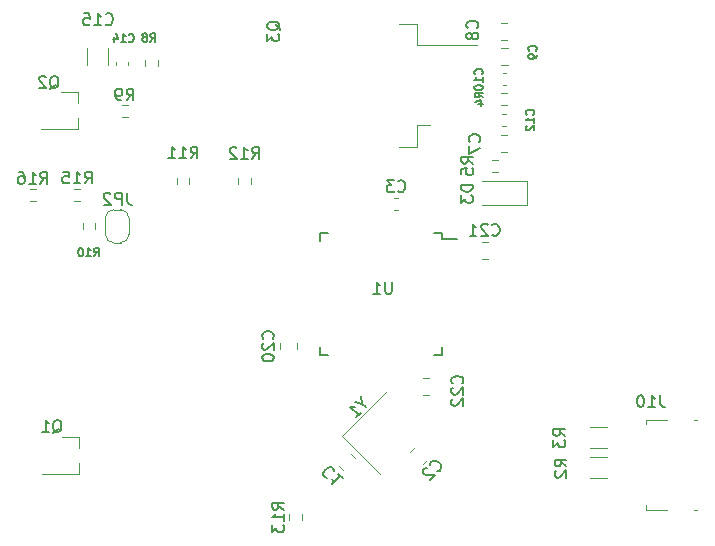
<source format=gbr>
G04 #@! TF.GenerationSoftware,KiCad,Pcbnew,(6.0.7)*
G04 #@! TF.CreationDate,2023-03-06T20:16:34-06:00*
G04 #@! TF.ProjectId,backpackbuddy_system,6261636b-7061-4636-9b62-756464795f73,rev?*
G04 #@! TF.SameCoordinates,Original*
G04 #@! TF.FileFunction,Legend,Bot*
G04 #@! TF.FilePolarity,Positive*
%FSLAX46Y46*%
G04 Gerber Fmt 4.6, Leading zero omitted, Abs format (unit mm)*
G04 Created by KiCad (PCBNEW (6.0.7)) date 2023-03-06 20:16:34*
%MOMM*%
%LPD*%
G01*
G04 APERTURE LIST*
%ADD10C,0.150000*%
%ADD11C,0.120000*%
G04 APERTURE END LIST*
D10*
X119106557Y-80861180D02*
X119439890Y-80384990D01*
X119677985Y-80861180D02*
X119677985Y-79861180D01*
X119297033Y-79861180D01*
X119201795Y-79908800D01*
X119154176Y-79956419D01*
X119106557Y-80051657D01*
X119106557Y-80194514D01*
X119154176Y-80289752D01*
X119201795Y-80337371D01*
X119297033Y-80384990D01*
X119677985Y-80384990D01*
X118154176Y-80861180D02*
X118725604Y-80861180D01*
X118439890Y-80861180D02*
X118439890Y-79861180D01*
X118535128Y-80004038D01*
X118630366Y-80099276D01*
X118725604Y-80146895D01*
X117297033Y-79861180D02*
X117487509Y-79861180D01*
X117582747Y-79908800D01*
X117630366Y-79956419D01*
X117725604Y-80099276D01*
X117773223Y-80289752D01*
X117773223Y-80670704D01*
X117725604Y-80765942D01*
X117677985Y-80813561D01*
X117582747Y-80861180D01*
X117392271Y-80861180D01*
X117297033Y-80813561D01*
X117249414Y-80765942D01*
X117201795Y-80670704D01*
X117201795Y-80432609D01*
X117249414Y-80337371D01*
X117297033Y-80289752D01*
X117392271Y-80242133D01*
X117582747Y-80242133D01*
X117677985Y-80289752D01*
X117725604Y-80337371D01*
X117773223Y-80432609D01*
X122867657Y-80835780D02*
X123200990Y-80359590D01*
X123439085Y-80835780D02*
X123439085Y-79835780D01*
X123058133Y-79835780D01*
X122962895Y-79883400D01*
X122915276Y-79931019D01*
X122867657Y-80026257D01*
X122867657Y-80169114D01*
X122915276Y-80264352D01*
X122962895Y-80311971D01*
X123058133Y-80359590D01*
X123439085Y-80359590D01*
X121915276Y-80835780D02*
X122486704Y-80835780D01*
X122200990Y-80835780D02*
X122200990Y-79835780D01*
X122296228Y-79978638D01*
X122391466Y-80073876D01*
X122486704Y-80121495D01*
X121010514Y-79835780D02*
X121486704Y-79835780D01*
X121534323Y-80311971D01*
X121486704Y-80264352D01*
X121391466Y-80216733D01*
X121153371Y-80216733D01*
X121058133Y-80264352D01*
X121010514Y-80311971D01*
X120962895Y-80407209D01*
X120962895Y-80645304D01*
X121010514Y-80740542D01*
X121058133Y-80788161D01*
X121153371Y-80835780D01*
X121391466Y-80835780D01*
X121486704Y-80788161D01*
X121534323Y-80740542D01*
X123640000Y-87006866D02*
X123873333Y-86673533D01*
X124040000Y-87006866D02*
X124040000Y-86306866D01*
X123773333Y-86306866D01*
X123706666Y-86340200D01*
X123673333Y-86373533D01*
X123640000Y-86440200D01*
X123640000Y-86540200D01*
X123673333Y-86606866D01*
X123706666Y-86640200D01*
X123773333Y-86673533D01*
X124040000Y-86673533D01*
X122973333Y-87006866D02*
X123373333Y-87006866D01*
X123173333Y-87006866D02*
X123173333Y-86306866D01*
X123240000Y-86406866D01*
X123306666Y-86473533D01*
X123373333Y-86506866D01*
X122540000Y-86306866D02*
X122473333Y-86306866D01*
X122406666Y-86340200D01*
X122373333Y-86373533D01*
X122340000Y-86440200D01*
X122306666Y-86573533D01*
X122306666Y-86740200D01*
X122340000Y-86873533D01*
X122373333Y-86940200D01*
X122406666Y-86973533D01*
X122473333Y-87006866D01*
X122540000Y-87006866D01*
X122606666Y-86973533D01*
X122640000Y-86940200D01*
X122673333Y-86873533D01*
X122706666Y-86740200D01*
X122706666Y-86573533D01*
X122673333Y-86440200D01*
X122640000Y-86373533D01*
X122606666Y-86340200D01*
X122540000Y-86306866D01*
X126461733Y-81621380D02*
X126461733Y-82335666D01*
X126509352Y-82478523D01*
X126604590Y-82573761D01*
X126747447Y-82621380D01*
X126842685Y-82621380D01*
X125985542Y-82621380D02*
X125985542Y-81621380D01*
X125604590Y-81621380D01*
X125509352Y-81669000D01*
X125461733Y-81716619D01*
X125414114Y-81811857D01*
X125414114Y-81954714D01*
X125461733Y-82049952D01*
X125509352Y-82097571D01*
X125604590Y-82145190D01*
X125985542Y-82145190D01*
X125033161Y-81716619D02*
X124985542Y-81669000D01*
X124890304Y-81621380D01*
X124652209Y-81621380D01*
X124556971Y-81669000D01*
X124509352Y-81716619D01*
X124461733Y-81811857D01*
X124461733Y-81907095D01*
X124509352Y-82049952D01*
X125080780Y-82621380D01*
X124461733Y-82621380D01*
X154814542Y-97756742D02*
X154862161Y-97709123D01*
X154909780Y-97566266D01*
X154909780Y-97471028D01*
X154862161Y-97328171D01*
X154766923Y-97232933D01*
X154671685Y-97185314D01*
X154481209Y-97137695D01*
X154338352Y-97137695D01*
X154147876Y-97185314D01*
X154052638Y-97232933D01*
X153957400Y-97328171D01*
X153909780Y-97471028D01*
X153909780Y-97566266D01*
X153957400Y-97709123D01*
X154005019Y-97756742D01*
X154005019Y-98137695D02*
X153957400Y-98185314D01*
X153909780Y-98280552D01*
X153909780Y-98518647D01*
X153957400Y-98613885D01*
X154005019Y-98661504D01*
X154100257Y-98709123D01*
X154195495Y-98709123D01*
X154338352Y-98661504D01*
X154909780Y-98090076D01*
X154909780Y-98709123D01*
X154005019Y-99090076D02*
X153957400Y-99137695D01*
X153909780Y-99232933D01*
X153909780Y-99471028D01*
X153957400Y-99566266D01*
X154005019Y-99613885D01*
X154100257Y-99661504D01*
X154195495Y-99661504D01*
X154338352Y-99613885D01*
X154909780Y-99042457D01*
X154909780Y-99661504D01*
X157360857Y-85167742D02*
X157408476Y-85215361D01*
X157551333Y-85262980D01*
X157646571Y-85262980D01*
X157789428Y-85215361D01*
X157884666Y-85120123D01*
X157932285Y-85024885D01*
X157979904Y-84834409D01*
X157979904Y-84691552D01*
X157932285Y-84501076D01*
X157884666Y-84405838D01*
X157789428Y-84310600D01*
X157646571Y-84262980D01*
X157551333Y-84262980D01*
X157408476Y-84310600D01*
X157360857Y-84358219D01*
X156979904Y-84358219D02*
X156932285Y-84310600D01*
X156837047Y-84262980D01*
X156598952Y-84262980D01*
X156503714Y-84310600D01*
X156456095Y-84358219D01*
X156408476Y-84453457D01*
X156408476Y-84548695D01*
X156456095Y-84691552D01*
X157027523Y-85262980D01*
X156408476Y-85262980D01*
X155456095Y-85262980D02*
X156027523Y-85262980D01*
X155741809Y-85262980D02*
X155741809Y-84262980D01*
X155837047Y-84405838D01*
X155932285Y-84501076D01*
X156027523Y-84548695D01*
X138771142Y-93972142D02*
X138818761Y-93924523D01*
X138866380Y-93781666D01*
X138866380Y-93686428D01*
X138818761Y-93543571D01*
X138723523Y-93448333D01*
X138628285Y-93400714D01*
X138437809Y-93353095D01*
X138294952Y-93353095D01*
X138104476Y-93400714D01*
X138009238Y-93448333D01*
X137914000Y-93543571D01*
X137866380Y-93686428D01*
X137866380Y-93781666D01*
X137914000Y-93924523D01*
X137961619Y-93972142D01*
X137961619Y-94353095D02*
X137914000Y-94400714D01*
X137866380Y-94495952D01*
X137866380Y-94734047D01*
X137914000Y-94829285D01*
X137961619Y-94876904D01*
X138056857Y-94924523D01*
X138152095Y-94924523D01*
X138294952Y-94876904D01*
X138866380Y-94305476D01*
X138866380Y-94924523D01*
X137866380Y-95543571D02*
X137866380Y-95638809D01*
X137914000Y-95734047D01*
X137961619Y-95781666D01*
X138056857Y-95829285D01*
X138247333Y-95876904D01*
X138485428Y-95876904D01*
X138675904Y-95829285D01*
X138771142Y-95781666D01*
X138818761Y-95734047D01*
X138866380Y-95638809D01*
X138866380Y-95543571D01*
X138818761Y-95448333D01*
X138771142Y-95400714D01*
X138675904Y-95353095D01*
X138485428Y-95305476D01*
X138247333Y-95305476D01*
X138056857Y-95353095D01*
X137961619Y-95400714D01*
X137914000Y-95448333D01*
X137866380Y-95543571D01*
X146369881Y-99468446D02*
X146706599Y-99805164D01*
X146235194Y-98862355D02*
X146369881Y-99468446D01*
X145763790Y-99333759D01*
X145864805Y-100646957D02*
X146268866Y-100242896D01*
X146066835Y-100444927D02*
X145359729Y-99737820D01*
X145528087Y-99771492D01*
X145662774Y-99771492D01*
X145763790Y-99737820D01*
X148869304Y-89165180D02*
X148869304Y-89974704D01*
X148821685Y-90069942D01*
X148774066Y-90117561D01*
X148678828Y-90165180D01*
X148488352Y-90165180D01*
X148393114Y-90117561D01*
X148345495Y-90069942D01*
X148297876Y-89974704D01*
X148297876Y-89165180D01*
X147297876Y-90165180D02*
X147869304Y-90165180D01*
X147583590Y-90165180D02*
X147583590Y-89165180D01*
X147678828Y-89308038D01*
X147774066Y-89403276D01*
X147869304Y-89450895D01*
X139712980Y-108450142D02*
X139236790Y-108116809D01*
X139712980Y-107878714D02*
X138712980Y-107878714D01*
X138712980Y-108259666D01*
X138760600Y-108354904D01*
X138808219Y-108402523D01*
X138903457Y-108450142D01*
X139046314Y-108450142D01*
X139141552Y-108402523D01*
X139189171Y-108354904D01*
X139236790Y-108259666D01*
X139236790Y-107878714D01*
X139712980Y-109402523D02*
X139712980Y-108831095D01*
X139712980Y-109116809D02*
X138712980Y-109116809D01*
X138855838Y-109021571D01*
X138951076Y-108926333D01*
X138998695Y-108831095D01*
X138712980Y-109735857D02*
X138712980Y-110354904D01*
X139093933Y-110021571D01*
X139093933Y-110164428D01*
X139141552Y-110259666D01*
X139189171Y-110307285D01*
X139284409Y-110354904D01*
X139522504Y-110354904D01*
X139617742Y-110307285D01*
X139665361Y-110259666D01*
X139712980Y-110164428D01*
X139712980Y-109878714D01*
X139665361Y-109783476D01*
X139617742Y-109735857D01*
X137040857Y-78760580D02*
X137374190Y-78284390D01*
X137612285Y-78760580D02*
X137612285Y-77760580D01*
X137231333Y-77760580D01*
X137136095Y-77808200D01*
X137088476Y-77855819D01*
X137040857Y-77951057D01*
X137040857Y-78093914D01*
X137088476Y-78189152D01*
X137136095Y-78236771D01*
X137231333Y-78284390D01*
X137612285Y-78284390D01*
X136088476Y-78760580D02*
X136659904Y-78760580D01*
X136374190Y-78760580D02*
X136374190Y-77760580D01*
X136469428Y-77903438D01*
X136564666Y-77998676D01*
X136659904Y-78046295D01*
X135707523Y-77855819D02*
X135659904Y-77808200D01*
X135564666Y-77760580D01*
X135326571Y-77760580D01*
X135231333Y-77808200D01*
X135183714Y-77855819D01*
X135136095Y-77951057D01*
X135136095Y-78046295D01*
X135183714Y-78189152D01*
X135755142Y-78760580D01*
X135136095Y-78760580D01*
X131833857Y-78709780D02*
X132167190Y-78233590D01*
X132405285Y-78709780D02*
X132405285Y-77709780D01*
X132024333Y-77709780D01*
X131929095Y-77757400D01*
X131881476Y-77805019D01*
X131833857Y-77900257D01*
X131833857Y-78043114D01*
X131881476Y-78138352D01*
X131929095Y-78185971D01*
X132024333Y-78233590D01*
X132405285Y-78233590D01*
X130881476Y-78709780D02*
X131452904Y-78709780D01*
X131167190Y-78709780D02*
X131167190Y-77709780D01*
X131262428Y-77852638D01*
X131357666Y-77947876D01*
X131452904Y-77995495D01*
X129929095Y-78709780D02*
X130500523Y-78709780D01*
X130214809Y-78709780D02*
X130214809Y-77709780D01*
X130310047Y-77852638D01*
X130405285Y-77947876D01*
X130500523Y-77995495D01*
X126404666Y-73807580D02*
X126738000Y-73331390D01*
X126976095Y-73807580D02*
X126976095Y-72807580D01*
X126595142Y-72807580D01*
X126499904Y-72855200D01*
X126452285Y-72902819D01*
X126404666Y-72998057D01*
X126404666Y-73140914D01*
X126452285Y-73236152D01*
X126499904Y-73283771D01*
X126595142Y-73331390D01*
X126976095Y-73331390D01*
X125928476Y-73807580D02*
X125738000Y-73807580D01*
X125642761Y-73759961D01*
X125595142Y-73712342D01*
X125499904Y-73569485D01*
X125452285Y-73379009D01*
X125452285Y-72998057D01*
X125499904Y-72902819D01*
X125547523Y-72855200D01*
X125642761Y-72807580D01*
X125833238Y-72807580D01*
X125928476Y-72855200D01*
X125976095Y-72902819D01*
X126023714Y-72998057D01*
X126023714Y-73236152D01*
X125976095Y-73331390D01*
X125928476Y-73379009D01*
X125833238Y-73426628D01*
X125642761Y-73426628D01*
X125547523Y-73379009D01*
X125499904Y-73331390D01*
X125452285Y-73236152D01*
X128412066Y-68820466D02*
X128645400Y-68487133D01*
X128812066Y-68820466D02*
X128812066Y-68120466D01*
X128545400Y-68120466D01*
X128478733Y-68153800D01*
X128445400Y-68187133D01*
X128412066Y-68253800D01*
X128412066Y-68353800D01*
X128445400Y-68420466D01*
X128478733Y-68453800D01*
X128545400Y-68487133D01*
X128812066Y-68487133D01*
X128012066Y-68420466D02*
X128078733Y-68387133D01*
X128112066Y-68353800D01*
X128145400Y-68287133D01*
X128145400Y-68253800D01*
X128112066Y-68187133D01*
X128078733Y-68153800D01*
X128012066Y-68120466D01*
X127878733Y-68120466D01*
X127812066Y-68153800D01*
X127778733Y-68187133D01*
X127745400Y-68253800D01*
X127745400Y-68287133D01*
X127778733Y-68353800D01*
X127812066Y-68387133D01*
X127878733Y-68420466D01*
X128012066Y-68420466D01*
X128078733Y-68453800D01*
X128112066Y-68487133D01*
X128145400Y-68553800D01*
X128145400Y-68687133D01*
X128112066Y-68753800D01*
X128078733Y-68787133D01*
X128012066Y-68820466D01*
X127878733Y-68820466D01*
X127812066Y-68787133D01*
X127778733Y-68753800D01*
X127745400Y-68687133D01*
X127745400Y-68553800D01*
X127778733Y-68487133D01*
X127812066Y-68453800D01*
X127878733Y-68420466D01*
X155747980Y-79157533D02*
X155271790Y-78824200D01*
X155747980Y-78586104D02*
X154747980Y-78586104D01*
X154747980Y-78967057D01*
X154795600Y-79062295D01*
X154843219Y-79109914D01*
X154938457Y-79157533D01*
X155081314Y-79157533D01*
X155176552Y-79109914D01*
X155224171Y-79062295D01*
X155271790Y-78967057D01*
X155271790Y-78586104D01*
X154747980Y-80062295D02*
X154747980Y-79586104D01*
X155224171Y-79538485D01*
X155176552Y-79586104D01*
X155128933Y-79681342D01*
X155128933Y-79919438D01*
X155176552Y-80014676D01*
X155224171Y-80062295D01*
X155319409Y-80109914D01*
X155557504Y-80109914D01*
X155652742Y-80062295D01*
X155700361Y-80014676D01*
X155747980Y-79919438D01*
X155747980Y-79681342D01*
X155700361Y-79586104D01*
X155652742Y-79538485D01*
X156602866Y-73543333D02*
X156269533Y-73310000D01*
X156602866Y-73143333D02*
X155902866Y-73143333D01*
X155902866Y-73410000D01*
X155936200Y-73476666D01*
X155969533Y-73510000D01*
X156036200Y-73543333D01*
X156136200Y-73543333D01*
X156202866Y-73510000D01*
X156236200Y-73476666D01*
X156269533Y-73410000D01*
X156269533Y-73143333D01*
X156136200Y-74143333D02*
X156602866Y-74143333D01*
X155869533Y-73976666D02*
X156369533Y-73810000D01*
X156369533Y-74243333D01*
X163545780Y-102220733D02*
X163069590Y-101887400D01*
X163545780Y-101649304D02*
X162545780Y-101649304D01*
X162545780Y-102030257D01*
X162593400Y-102125495D01*
X162641019Y-102173114D01*
X162736257Y-102220733D01*
X162879114Y-102220733D01*
X162974352Y-102173114D01*
X163021971Y-102125495D01*
X163069590Y-102030257D01*
X163069590Y-101649304D01*
X162545780Y-102554066D02*
X162545780Y-103173114D01*
X162926733Y-102839780D01*
X162926733Y-102982638D01*
X162974352Y-103077876D01*
X163021971Y-103125495D01*
X163117209Y-103173114D01*
X163355304Y-103173114D01*
X163450542Y-103125495D01*
X163498161Y-103077876D01*
X163545780Y-102982638D01*
X163545780Y-102696923D01*
X163498161Y-102601685D01*
X163450542Y-102554066D01*
X163647380Y-104786133D02*
X163171190Y-104452800D01*
X163647380Y-104214704D02*
X162647380Y-104214704D01*
X162647380Y-104595657D01*
X162695000Y-104690895D01*
X162742619Y-104738514D01*
X162837857Y-104786133D01*
X162980714Y-104786133D01*
X163075952Y-104738514D01*
X163123571Y-104690895D01*
X163171190Y-104595657D01*
X163171190Y-104214704D01*
X162742619Y-105167085D02*
X162695000Y-105214704D01*
X162647380Y-105309942D01*
X162647380Y-105548038D01*
X162695000Y-105643276D01*
X162742619Y-105690895D01*
X162837857Y-105738514D01*
X162933095Y-105738514D01*
X163075952Y-105690895D01*
X163647380Y-105119466D01*
X163647380Y-105738514D01*
X139409419Y-67875161D02*
X139361800Y-67779923D01*
X139266561Y-67684685D01*
X139123704Y-67541828D01*
X139076085Y-67446590D01*
X139076085Y-67351352D01*
X139314180Y-67398971D02*
X139266561Y-67303733D01*
X139171323Y-67208495D01*
X138980847Y-67160876D01*
X138647514Y-67160876D01*
X138457038Y-67208495D01*
X138361800Y-67303733D01*
X138314180Y-67398971D01*
X138314180Y-67589447D01*
X138361800Y-67684685D01*
X138457038Y-67779923D01*
X138647514Y-67827542D01*
X138980847Y-67827542D01*
X139171323Y-67779923D01*
X139266561Y-67684685D01*
X139314180Y-67589447D01*
X139314180Y-67398971D01*
X138314180Y-68160876D02*
X138314180Y-68779923D01*
X138695133Y-68446590D01*
X138695133Y-68589447D01*
X138742752Y-68684685D01*
X138790371Y-68732304D01*
X138885609Y-68779923D01*
X139123704Y-68779923D01*
X139218942Y-68732304D01*
X139266561Y-68684685D01*
X139314180Y-68589447D01*
X139314180Y-68303733D01*
X139266561Y-68208495D01*
X139218942Y-68160876D01*
X119907038Y-72836019D02*
X120002276Y-72788400D01*
X120097514Y-72693161D01*
X120240371Y-72550304D01*
X120335609Y-72502685D01*
X120430847Y-72502685D01*
X120383228Y-72740780D02*
X120478466Y-72693161D01*
X120573704Y-72597923D01*
X120621323Y-72407447D01*
X120621323Y-72074114D01*
X120573704Y-71883638D01*
X120478466Y-71788400D01*
X120383228Y-71740780D01*
X120192752Y-71740780D01*
X120097514Y-71788400D01*
X120002276Y-71883638D01*
X119954657Y-72074114D01*
X119954657Y-72407447D01*
X120002276Y-72597923D01*
X120097514Y-72693161D01*
X120192752Y-72740780D01*
X120383228Y-72740780D01*
X119573704Y-71836019D02*
X119526085Y-71788400D01*
X119430847Y-71740780D01*
X119192752Y-71740780D01*
X119097514Y-71788400D01*
X119049895Y-71836019D01*
X119002276Y-71931257D01*
X119002276Y-72026495D01*
X119049895Y-72169352D01*
X119621323Y-72740780D01*
X119002276Y-72740780D01*
X120161038Y-101969819D02*
X120256276Y-101922200D01*
X120351514Y-101826961D01*
X120494371Y-101684104D01*
X120589609Y-101636485D01*
X120684847Y-101636485D01*
X120637228Y-101874580D02*
X120732466Y-101826961D01*
X120827704Y-101731723D01*
X120875323Y-101541247D01*
X120875323Y-101207914D01*
X120827704Y-101017438D01*
X120732466Y-100922200D01*
X120637228Y-100874580D01*
X120446752Y-100874580D01*
X120351514Y-100922200D01*
X120256276Y-101017438D01*
X120208657Y-101207914D01*
X120208657Y-101541247D01*
X120256276Y-101731723D01*
X120351514Y-101826961D01*
X120446752Y-101874580D01*
X120637228Y-101874580D01*
X119256276Y-101874580D02*
X119827704Y-101874580D01*
X119541990Y-101874580D02*
X119541990Y-100874580D01*
X119637228Y-101017438D01*
X119732466Y-101112676D01*
X119827704Y-101160295D01*
X171573723Y-98766380D02*
X171573723Y-99480666D01*
X171621342Y-99623523D01*
X171716580Y-99718761D01*
X171859438Y-99766380D01*
X171954676Y-99766380D01*
X170573723Y-99766380D02*
X171145152Y-99766380D01*
X170859438Y-99766380D02*
X170859438Y-98766380D01*
X170954676Y-98909238D01*
X171049914Y-99004476D01*
X171145152Y-99052095D01*
X169954676Y-98766380D02*
X169859438Y-98766380D01*
X169764200Y-98814000D01*
X169716580Y-98861619D01*
X169668961Y-98956857D01*
X169621342Y-99147333D01*
X169621342Y-99385428D01*
X169668961Y-99575904D01*
X169716580Y-99671142D01*
X169764200Y-99718761D01*
X169859438Y-99766380D01*
X169954676Y-99766380D01*
X170049914Y-99718761D01*
X170097533Y-99671142D01*
X170145152Y-99575904D01*
X170192771Y-99385428D01*
X170192771Y-99147333D01*
X170145152Y-98956857D01*
X170097533Y-98861619D01*
X170049914Y-98814000D01*
X169954676Y-98766380D01*
X155697180Y-80948304D02*
X154697180Y-80948304D01*
X154697180Y-81186400D01*
X154744800Y-81329257D01*
X154840038Y-81424495D01*
X154935276Y-81472114D01*
X155125752Y-81519733D01*
X155268609Y-81519733D01*
X155459085Y-81472114D01*
X155554323Y-81424495D01*
X155649561Y-81329257D01*
X155697180Y-81186400D01*
X155697180Y-80948304D01*
X154697180Y-81853066D02*
X154697180Y-82472114D01*
X155078133Y-82138780D01*
X155078133Y-82281638D01*
X155125752Y-82376876D01*
X155173371Y-82424495D01*
X155268609Y-82472114D01*
X155506704Y-82472114D01*
X155601942Y-82424495D01*
X155649561Y-82376876D01*
X155697180Y-82281638D01*
X155697180Y-81995923D01*
X155649561Y-81900685D01*
X155601942Y-81853066D01*
X124620257Y-67336942D02*
X124667876Y-67384561D01*
X124810733Y-67432180D01*
X124905971Y-67432180D01*
X125048828Y-67384561D01*
X125144066Y-67289323D01*
X125191685Y-67194085D01*
X125239304Y-67003609D01*
X125239304Y-66860752D01*
X125191685Y-66670276D01*
X125144066Y-66575038D01*
X125048828Y-66479800D01*
X124905971Y-66432180D01*
X124810733Y-66432180D01*
X124667876Y-66479800D01*
X124620257Y-66527419D01*
X123667876Y-67432180D02*
X124239304Y-67432180D01*
X123953590Y-67432180D02*
X123953590Y-66432180D01*
X124048828Y-66575038D01*
X124144066Y-66670276D01*
X124239304Y-66717895D01*
X122763114Y-66432180D02*
X123239304Y-66432180D01*
X123286923Y-66908371D01*
X123239304Y-66860752D01*
X123144066Y-66813133D01*
X122905971Y-66813133D01*
X122810733Y-66860752D01*
X122763114Y-66908371D01*
X122715495Y-67003609D01*
X122715495Y-67241704D01*
X122763114Y-67336942D01*
X122810733Y-67384561D01*
X122905971Y-67432180D01*
X123144066Y-67432180D01*
X123239304Y-67384561D01*
X123286923Y-67336942D01*
X126586400Y-68804600D02*
X126619733Y-68837933D01*
X126719733Y-68871266D01*
X126786400Y-68871266D01*
X126886400Y-68837933D01*
X126953066Y-68771266D01*
X126986400Y-68704600D01*
X127019733Y-68571266D01*
X127019733Y-68471266D01*
X126986400Y-68337933D01*
X126953066Y-68271266D01*
X126886400Y-68204600D01*
X126786400Y-68171266D01*
X126719733Y-68171266D01*
X126619733Y-68204600D01*
X126586400Y-68237933D01*
X125919733Y-68871266D02*
X126319733Y-68871266D01*
X126119733Y-68871266D02*
X126119733Y-68171266D01*
X126186400Y-68271266D01*
X126253066Y-68337933D01*
X126319733Y-68371266D01*
X125319733Y-68404600D02*
X125319733Y-68871266D01*
X125486400Y-68137933D02*
X125653066Y-68637933D01*
X125219733Y-68637933D01*
X160828800Y-75013400D02*
X160862133Y-74980066D01*
X160895466Y-74880066D01*
X160895466Y-74813400D01*
X160862133Y-74713400D01*
X160795466Y-74646733D01*
X160728800Y-74613400D01*
X160595466Y-74580066D01*
X160495466Y-74580066D01*
X160362133Y-74613400D01*
X160295466Y-74646733D01*
X160228800Y-74713400D01*
X160195466Y-74813400D01*
X160195466Y-74880066D01*
X160228800Y-74980066D01*
X160262133Y-75013400D01*
X160895466Y-75680066D02*
X160895466Y-75280066D01*
X160895466Y-75480066D02*
X160195466Y-75480066D01*
X160295466Y-75413400D01*
X160362133Y-75346733D01*
X160395466Y-75280066D01*
X160262133Y-75946733D02*
X160228800Y-75980066D01*
X160195466Y-76046733D01*
X160195466Y-76213400D01*
X160228800Y-76280066D01*
X160262133Y-76313400D01*
X160328800Y-76346733D01*
X160395466Y-76346733D01*
X160495466Y-76313400D01*
X160895466Y-75913400D01*
X160895466Y-76346733D01*
X156485400Y-71584400D02*
X156518733Y-71551066D01*
X156552066Y-71451066D01*
X156552066Y-71384400D01*
X156518733Y-71284400D01*
X156452066Y-71217733D01*
X156385400Y-71184400D01*
X156252066Y-71151066D01*
X156152066Y-71151066D01*
X156018733Y-71184400D01*
X155952066Y-71217733D01*
X155885400Y-71284400D01*
X155852066Y-71384400D01*
X155852066Y-71451066D01*
X155885400Y-71551066D01*
X155918733Y-71584400D01*
X156552066Y-72251066D02*
X156552066Y-71851066D01*
X156552066Y-72051066D02*
X155852066Y-72051066D01*
X155952066Y-71984400D01*
X156018733Y-71917733D01*
X156052066Y-71851066D01*
X155852066Y-72684400D02*
X155852066Y-72751066D01*
X155885400Y-72817733D01*
X155918733Y-72851066D01*
X155985400Y-72884400D01*
X156118733Y-72917733D01*
X156285400Y-72917733D01*
X156418733Y-72884400D01*
X156485400Y-72851066D01*
X156518733Y-72817733D01*
X156552066Y-72751066D01*
X156552066Y-72684400D01*
X156518733Y-72617733D01*
X156485400Y-72584400D01*
X156418733Y-72551066D01*
X156285400Y-72517733D01*
X156118733Y-72517733D01*
X155985400Y-72551066D01*
X155918733Y-72584400D01*
X155885400Y-72617733D01*
X155852066Y-72684400D01*
X161057400Y-69606333D02*
X161090733Y-69573000D01*
X161124066Y-69473000D01*
X161124066Y-69406333D01*
X161090733Y-69306333D01*
X161024066Y-69239666D01*
X160957400Y-69206333D01*
X160824066Y-69173000D01*
X160724066Y-69173000D01*
X160590733Y-69206333D01*
X160524066Y-69239666D01*
X160457400Y-69306333D01*
X160424066Y-69406333D01*
X160424066Y-69473000D01*
X160457400Y-69573000D01*
X160490733Y-69606333D01*
X161124066Y-69939666D02*
X161124066Y-70073000D01*
X161090733Y-70139666D01*
X161057400Y-70173000D01*
X160957400Y-70239666D01*
X160824066Y-70273000D01*
X160557400Y-70273000D01*
X160490733Y-70239666D01*
X160457400Y-70206333D01*
X160424066Y-70139666D01*
X160424066Y-70006333D01*
X160457400Y-69939666D01*
X160490733Y-69906333D01*
X160557400Y-69873000D01*
X160724066Y-69873000D01*
X160790733Y-69906333D01*
X160824066Y-69939666D01*
X160857400Y-70006333D01*
X160857400Y-70139666D01*
X160824066Y-70206333D01*
X160790733Y-70239666D01*
X160724066Y-70273000D01*
X156084542Y-67676733D02*
X156132161Y-67629114D01*
X156179780Y-67486257D01*
X156179780Y-67391019D01*
X156132161Y-67248161D01*
X156036923Y-67152923D01*
X155941685Y-67105304D01*
X155751209Y-67057685D01*
X155608352Y-67057685D01*
X155417876Y-67105304D01*
X155322638Y-67152923D01*
X155227400Y-67248161D01*
X155179780Y-67391019D01*
X155179780Y-67486257D01*
X155227400Y-67629114D01*
X155275019Y-67676733D01*
X155608352Y-68248161D02*
X155560733Y-68152923D01*
X155513114Y-68105304D01*
X155417876Y-68057685D01*
X155370257Y-68057685D01*
X155275019Y-68105304D01*
X155227400Y-68152923D01*
X155179780Y-68248161D01*
X155179780Y-68438638D01*
X155227400Y-68533876D01*
X155275019Y-68581495D01*
X155370257Y-68629114D01*
X155417876Y-68629114D01*
X155513114Y-68581495D01*
X155560733Y-68533876D01*
X155608352Y-68438638D01*
X155608352Y-68248161D01*
X155655971Y-68152923D01*
X155703590Y-68105304D01*
X155798828Y-68057685D01*
X155989304Y-68057685D01*
X156084542Y-68105304D01*
X156132161Y-68152923D01*
X156179780Y-68248161D01*
X156179780Y-68438638D01*
X156132161Y-68533876D01*
X156084542Y-68581495D01*
X155989304Y-68629114D01*
X155798828Y-68629114D01*
X155703590Y-68581495D01*
X155655971Y-68533876D01*
X155608352Y-68438638D01*
X156262342Y-77303333D02*
X156309961Y-77255714D01*
X156357580Y-77112857D01*
X156357580Y-77017619D01*
X156309961Y-76874761D01*
X156214723Y-76779523D01*
X156119485Y-76731904D01*
X155929009Y-76684285D01*
X155786152Y-76684285D01*
X155595676Y-76731904D01*
X155500438Y-76779523D01*
X155405200Y-76874761D01*
X155357580Y-77017619D01*
X155357580Y-77112857D01*
X155405200Y-77255714D01*
X155452819Y-77303333D01*
X155357580Y-77636666D02*
X155357580Y-78303333D01*
X156357580Y-77874761D01*
X149391666Y-81477142D02*
X149439285Y-81524761D01*
X149582142Y-81572380D01*
X149677380Y-81572380D01*
X149820238Y-81524761D01*
X149915476Y-81429523D01*
X149963095Y-81334285D01*
X150010714Y-81143809D01*
X150010714Y-81000952D01*
X149963095Y-80810476D01*
X149915476Y-80715238D01*
X149820238Y-80620000D01*
X149677380Y-80572380D01*
X149582142Y-80572380D01*
X149439285Y-80620000D01*
X149391666Y-80667619D01*
X149058333Y-80572380D02*
X148439285Y-80572380D01*
X148772619Y-80953333D01*
X148629761Y-80953333D01*
X148534523Y-81000952D01*
X148486904Y-81048571D01*
X148439285Y-81143809D01*
X148439285Y-81381904D01*
X148486904Y-81477142D01*
X148534523Y-81524761D01*
X148629761Y-81572380D01*
X148915476Y-81572380D01*
X149010714Y-81524761D01*
X149058333Y-81477142D01*
X152701328Y-105208626D02*
X152768671Y-105208626D01*
X152903358Y-105141282D01*
X152970702Y-105073939D01*
X153038045Y-104939251D01*
X153038045Y-104804564D01*
X153004374Y-104703549D01*
X152903358Y-104535190D01*
X152802343Y-104434175D01*
X152633984Y-104333160D01*
X152532969Y-104299488D01*
X152398282Y-104299488D01*
X152263595Y-104366832D01*
X152196251Y-104434175D01*
X152128908Y-104568862D01*
X152128908Y-104636206D01*
X151859534Y-104905580D02*
X151792190Y-104905580D01*
X151691175Y-104939251D01*
X151522816Y-105107610D01*
X151489145Y-105208626D01*
X151489145Y-105275969D01*
X151522816Y-105376984D01*
X151590160Y-105444328D01*
X151724847Y-105511671D01*
X152532969Y-105511671D01*
X152095236Y-105949404D01*
X143974887Y-105192010D02*
X143974887Y-105124667D01*
X143907543Y-104989980D01*
X143840200Y-104922636D01*
X143705512Y-104855293D01*
X143570825Y-104855293D01*
X143469810Y-104888964D01*
X143301451Y-104989980D01*
X143200436Y-105090995D01*
X143099421Y-105259354D01*
X143065749Y-105360369D01*
X143065749Y-105495056D01*
X143133093Y-105629743D01*
X143200436Y-105697087D01*
X143335123Y-105764430D01*
X143402467Y-105764430D01*
X144715665Y-105798102D02*
X144311604Y-105394041D01*
X144513635Y-105596071D02*
X143806528Y-106303178D01*
X143840200Y-106134819D01*
X143840200Y-106000132D01*
X143806528Y-105899117D01*
D11*
X118718424Y-81316300D02*
X118208976Y-81316300D01*
X118718424Y-82361300D02*
X118208976Y-82361300D01*
X122479524Y-81290900D02*
X121970076Y-81290900D01*
X122479524Y-82335900D02*
X121970076Y-82335900D01*
X123737900Y-84735124D02*
X123737900Y-84225676D01*
X122692900Y-84735124D02*
X122692900Y-84225676D01*
X124603000Y-83755000D02*
X124603000Y-85155000D01*
X126603000Y-85155000D02*
X126603000Y-83755000D01*
X125303000Y-85855000D02*
X125903000Y-85855000D01*
X125903000Y-83055000D02*
X125303000Y-83055000D01*
X124603000Y-85155000D02*
G75*
G03*
X125303000Y-85855000I700000J0D01*
G01*
X125303000Y-83055000D02*
G75*
G03*
X124603000Y-83755000I-1J-699999D01*
G01*
X126603000Y-83755000D02*
G75*
G03*
X125903000Y-83055000I-699999J1D01*
G01*
X125903000Y-85855000D02*
G75*
G03*
X126603000Y-85155000I0J700000D01*
G01*
X151516748Y-98779000D02*
X152039252Y-98779000D01*
X151516748Y-97309000D02*
X152039252Y-97309000D01*
X156456748Y-87247400D02*
X156979252Y-87247400D01*
X156456748Y-85777400D02*
X156979252Y-85777400D01*
X139359000Y-94353748D02*
X139359000Y-94876252D01*
X140829000Y-94353748D02*
X140829000Y-94876252D01*
X147818670Y-105414657D02*
X144636689Y-102232676D01*
X144636689Y-102232676D02*
X148455066Y-98414299D01*
D10*
X153143000Y-95345000D02*
X153143000Y-94670000D01*
X153143000Y-95345000D02*
X152468000Y-95345000D01*
X142793000Y-95345000D02*
X142793000Y-94670000D01*
X142793000Y-84995000D02*
X142793000Y-85670000D01*
X153143000Y-84995000D02*
X152468000Y-84995000D01*
X142793000Y-95345000D02*
X143468000Y-95345000D01*
X153143000Y-85570000D02*
X154418000Y-85570000D01*
X142793000Y-84995000D02*
X143468000Y-84995000D01*
X153143000Y-84995000D02*
X153143000Y-85570000D01*
D11*
X141213100Y-108838276D02*
X141213100Y-109347724D01*
X140168100Y-108838276D02*
X140168100Y-109347724D01*
X136920500Y-80899724D02*
X136920500Y-80390276D01*
X135875500Y-80899724D02*
X135875500Y-80390276D01*
X131713500Y-80899724D02*
X131713500Y-80390276D01*
X130668500Y-80899724D02*
X130668500Y-80390276D01*
X125983276Y-75198500D02*
X126492724Y-75198500D01*
X125983276Y-74153500D02*
X126492724Y-74153500D01*
X129046500Y-70866724D02*
X129046500Y-70357276D01*
X128001500Y-70866724D02*
X128001500Y-70357276D01*
X157352276Y-79897500D02*
X157861724Y-79897500D01*
X157352276Y-78852500D02*
X157861724Y-78852500D01*
X158140776Y-74182500D02*
X158650224Y-74182500D01*
X158140776Y-73137500D02*
X158650224Y-73137500D01*
X167097064Y-101452000D02*
X165642936Y-101452000D01*
X167097064Y-103272000D02*
X165642936Y-103272000D01*
X167097064Y-103992000D02*
X165642936Y-103992000D01*
X167097064Y-105812000D02*
X165642936Y-105812000D01*
X150972000Y-75907000D02*
X152072000Y-75907000D01*
X149472000Y-77717000D02*
X150972000Y-77717000D01*
X150972000Y-69127000D02*
X156097000Y-69127000D01*
X150972000Y-77717000D02*
X150972000Y-75907000D01*
X149472000Y-67317000D02*
X150972000Y-67317000D01*
X150972000Y-67317000D02*
X150972000Y-69127000D01*
X122299000Y-76256000D02*
X119139000Y-76256000D01*
X122299000Y-73096000D02*
X120839000Y-73096000D01*
X122299000Y-73096000D02*
X122299000Y-74026000D01*
X122299000Y-76256000D02*
X122299000Y-75326000D01*
X122402000Y-105466000D02*
X119242000Y-105466000D01*
X122402000Y-102306000D02*
X120942000Y-102306000D01*
X122402000Y-102306000D02*
X122402000Y-103236000D01*
X122402000Y-105466000D02*
X122402000Y-104536000D01*
X170410000Y-108458000D02*
X170410000Y-108078000D01*
X172180000Y-100838000D02*
X170410000Y-100838000D01*
X170410000Y-108458000D02*
X172180000Y-108458000D01*
X170410000Y-100838000D02*
X170410000Y-101218000D01*
X174460000Y-108458000D02*
X174720000Y-108458000D01*
X174720000Y-100838000D02*
X174460000Y-100838000D01*
X160315000Y-80661000D02*
X156465000Y-80661000D01*
X160315000Y-82661000D02*
X156465000Y-82661000D01*
X160315000Y-80661000D02*
X160315000Y-82661000D01*
X123042000Y-70815252D02*
X123042000Y-69392748D01*
X124862000Y-70815252D02*
X124862000Y-69392748D01*
X126544800Y-70809067D02*
X126544800Y-70516533D01*
X125524800Y-70809067D02*
X125524800Y-70516533D01*
X158515267Y-74928000D02*
X158222733Y-74928000D01*
X158515267Y-75948000D02*
X158222733Y-75948000D01*
X158541767Y-71499000D02*
X158249233Y-71499000D01*
X158541767Y-72519000D02*
X158249233Y-72519000D01*
X158656752Y-70839000D02*
X158134248Y-70839000D01*
X158656752Y-69369000D02*
X158134248Y-69369000D01*
X158630252Y-67210000D02*
X158107748Y-67210000D01*
X158630252Y-68680000D02*
X158107748Y-68680000D01*
X158630252Y-76735000D02*
X158107748Y-76735000D01*
X158630252Y-78205000D02*
X158107748Y-78205000D01*
X149371267Y-82040000D02*
X149078733Y-82040000D01*
X149371267Y-83060000D02*
X149078733Y-83060000D01*
X150438543Y-103551010D02*
X150808010Y-103181543D01*
X151477990Y-104590457D02*
X151847457Y-104220990D01*
X144740387Y-105126834D02*
X144370920Y-104757367D01*
X145779834Y-104087387D02*
X145410367Y-103717920D01*
M02*

</source>
